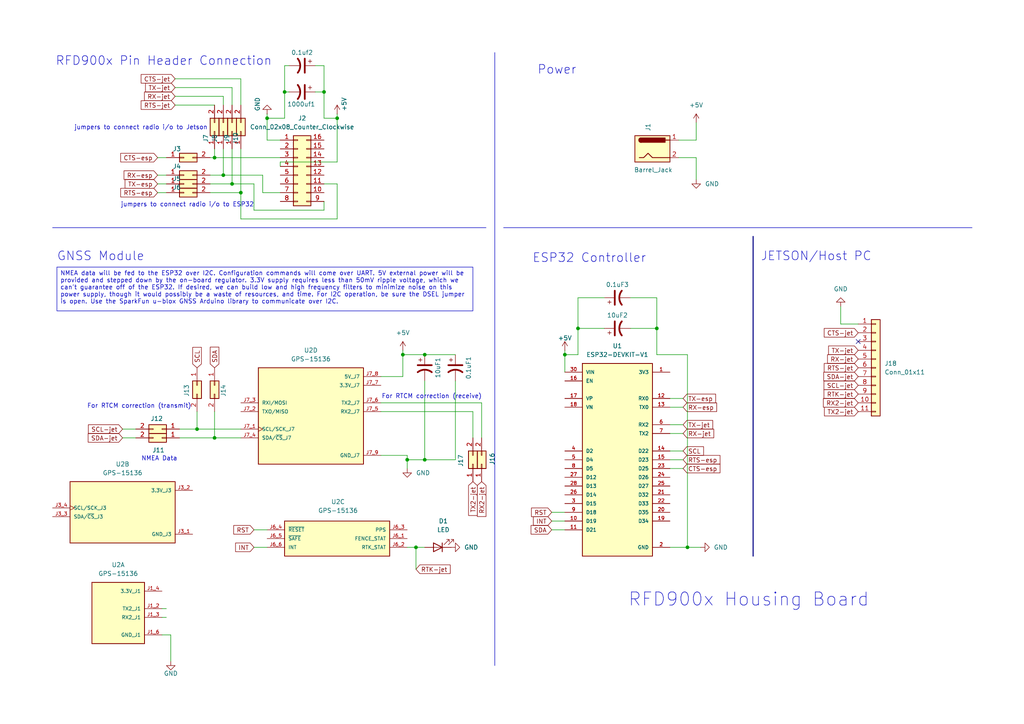
<source format=kicad_sch>
(kicad_sch (version 20250114) (generator "eeschema") (generator_version "9.0")
  (paper "A4")
  (lib_symbols
    (symbol "Connector:Barrel_Jack" (pin_names (offset 1.016))
      (property "Reference" "J" (at 0 5.334 0))
      (property "Value" "Barrel_Jack" (at 0 -5.08 0))
      (symbol "Barrel_Jack_0_1"
        (rectangle (start -5.08 3.81) (end 5.08 -3.81) (stroke (width 0.254)) (fill (type background)))
        (polyline (pts (xy -3.81 -2.54) (xy -2.54 -2.54) (xy -1.27 -1.27) (xy 0 -2.54) (xy 2.54 -2.54) (xy 5.08 -2.54)) (stroke (width 0.254)))
        (arc (start -3.302 1.905) (mid -3.9343 2.54) (end -3.302 3.175) (stroke (width 0.254)))
        (arc (start -3.302 1.905) (mid -3.9343 2.54) (end -3.302 3.175) (stroke (width 0.254)) (fill (type outline)))
        (rectangle (start 3.683 3.175) (end -3.302 1.905) (stroke (width 0.254)) (fill (type outline)))
        (polyline (pts (xy 5.08 2.54) (xy 3.81 2.54)) (stroke (width 0.254)))
      )
      (symbol "Barrel_Jack_1_1"
        (pin passive line (at 7.62 2.54 180) (length 2.54) (name "~") (number "1"))
        (pin passive line (at 7.62 -2.54 180) (length 2.54) (name "~") (number "2"))
      )
    )
    (symbol "Connector_Generic:Conn_01x11" (pin_names (offset 1.016) (hide yes))
      (property "Reference" "J" (at 0 15.24 0))
      (property "Value" "Conn_01x11" (at 0 -15.24 0))
      (symbol "Conn_01x11_1_1"
        (rectangle (start -1.27 13.97) (end 1.27 -13.97) (stroke (width 0.254)) (fill (type background)))
        (rectangle (start -1.27 12.827) (end 0 12.573) (stroke (width 0.1524)))
        (rectangle (start -1.27 10.287) (end 0 10.033) (stroke (width 0.1524)))
        (rectangle (start -1.27 7.747) (end 0 7.493) (stroke (width 0.1524)))
        (rectangle (start -1.27 5.207) (end 0 4.953) (stroke (width 0.1524)))
        (rectangle (start -1.27 2.667) (end 0 2.413) (stroke (width 0.1524)))
        (rectangle (start -1.27 0.127) (end 0 -0.127) (stroke (width 0.1524)))
        (rectangle (start -1.27 -2.413) (end 0 -2.667) (stroke (width 0.1524)))
        (rectangle (start -1.27 -4.953) (end 0 -5.207) (stroke (width 0.1524)))
        (rectangle (start -1.27 -7.493) (end 0 -7.747) (stroke (width 0.1524)))
        (rectangle (start -1.27 -10.033) (end 0 -10.287) (stroke (width 0.1524)))
        (rectangle (start -1.27 -12.573) (end 0 -12.827) (stroke (width 0.1524)))
        (pin passive line (at -5.08 12.7 0) (length 3.81) (name "Pin_1") (number "1"))
        (pin passive line (at -5.08 10.16 0) (length 3.81) (name "Pin_2") (number "2"))
        (pin passive line (at -5.08 7.62 0) (length 3.81) (name "Pin_3") (number "3"))
        (pin passive line (at -5.08 5.08 0) (length 3.81) (name "Pin_4") (number "4"))
        (pin passive line (at -5.08 2.54 0) (length 3.81) (name "Pin_5") (number "5"))
        (pin passive line (at -5.08 0 0) (length 3.81) (name "Pin_6") (number "6"))
        (pin passive line (at -5.08 -2.54 0) (length 3.81) (name "Pin_7") (number "7"))
        (pin passive line (at -5.08 -5.08 0) (length 3.81) (name "Pin_8") (number "8"))
        (pin passive line (at -5.08 -7.62 0) (length 3.81) (name "Pin_9") (number "9"))
        (pin passive line (at -5.08 -10.16 0) (length 3.81) (name "Pin_10") (number "10"))
        (pin passive line (at -5.08 -12.7 0) (length 3.81) (name "Pin_11") (number "11"))
      )
    )
    (symbol "Connector_Generic:Conn_02x01" (pin_names (offset 1.016) (hide yes))
      (property "Reference" "J" (at 1.27 2.54 0))
      (property "Value" "Conn_02x01" (at 1.27 -2.54 0))
      (symbol "Conn_02x01_1_1"
        (rectangle (start -1.27 1.27) (end 3.81 -1.27) (stroke (width 0.254)) (fill (type background)))
        (rectangle (start -1.27 0.127) (end 0 -0.127) (stroke (width 0.1524)))
        (rectangle (start 3.81 0.127) (end 2.54 -0.127) (stroke (width 0.1524)))
        (pin passive line (at -5.08 0 0) (length 3.81) (name "Pin_1") (number "1"))
        (pin passive line (at 7.62 0 180) (length 3.81) (name "Pin_2") (number "2"))
      )
    )
    (symbol "Connector_Generic:Conn_02x08_Counter_Clockwise" (pin_names (offset 1.016) (hide yes))
      (property "Reference" "J" (at 1.27 10.16 0))
      (property "Value" "Conn_02x08_Counter_Clockwise" (at 1.27 -12.7 0))
      (symbol "Conn_02x08_Counter_Clockwise_1_1"
        (rectangle (start -1.27 8.89) (end 3.81 -11.43) (stroke (width 0.254)) (fill (type background)))
        (rectangle (start -1.27 7.747) (end 0 7.493) (stroke (width 0.1524)))
        (rectangle (start -1.27 5.207) (end 0 4.953) (stroke (width 0.1524)))
        (rectangle (start -1.27 2.667) (end 0 2.413) (stroke (width 0.1524)))
        (rectangle (start -1.27 0.127) (end 0 -0.127) (stroke (width 0.1524)))
        (rectangle (start -1.27 -2.413) (end 0 -2.667) (stroke (width 0.1524)))
        (rectangle (start -1.27 -4.953) (end 0 -5.207) (stroke (width 0.1524)))
        (rectangle (start -1.27 -7.493) (end 0 -7.747) (stroke (width 0.1524)))
        (rectangle (start -1.27 -10.033) (end 0 -10.287) (stroke (width 0.1524)))
        (rectangle (start 3.81 7.747) (end 2.54 7.493) (stroke (width 0.1524)))
        (rectangle (start 3.81 5.207) (end 2.54 4.953) (stroke (width 0.1524)))
        (rectangle (start 3.81 2.667) (end 2.54 2.413) (stroke (width 0.1524)))
        (rectangle (start 3.81 0.127) (end 2.54 -0.127) (stroke (width 0.1524)))
        (rectangle (start 3.81 -2.413) (end 2.54 -2.667) (stroke (width 0.1524)))
        (rectangle (start 3.81 -4.953) (end 2.54 -5.207) (stroke (width 0.1524)))
        (rectangle (start 3.81 -7.493) (end 2.54 -7.747) (stroke (width 0.1524)))
        (rectangle (start 3.81 -10.033) (end 2.54 -10.287) (stroke (width 0.1524)))
        (pin passive line (at -5.08 7.62 0) (length 3.81) (name "Pin_1") (number "1"))
        (pin passive line (at -5.08 5.08 0) (length 3.81) (name "Pin_2") (number "2"))
        (pin passive line (at -5.08 2.54 0) (length 3.81) (name "Pin_3") (number "3"))
        (pin passive line (at -5.08 0 0) (length 3.81) (name "Pin_4") (number "4"))
        (pin passive line (at -5.08 -2.54 0) (length 3.81) (name "Pin_5") (number "5"))
        (pin passive line (at -5.08 -5.08 0) (length 3.81) (name "Pin_6") (number "6"))
        (pin passive line (at -5.08 -7.62 0) (length 3.81) (name "Pin_7") (number "7"))
        (pin passive line (at -5.08 -10.16 0) (length 3.81) (name "Pin_8") (number "8"))
        (pin passive line (at 7.62 7.62 180) (length 3.81) (name "Pin_16") (number "16"))
        (pin passive line (at 7.62 5.08 180) (length 3.81) (name "Pin_15") (number "15"))
        (pin passive line (at 7.62 2.54 180) (length 3.81) (name "Pin_14") (number "14"))
        (pin passive line (at 7.62 0 180) (length 3.81) (name "Pin_13") (number "13"))
        (pin passive line (at 7.62 -2.54 180) (length 3.81) (name "Pin_12") (number "12"))
        (pin passive line (at 7.62 -5.08 180) (length 3.81) (name "Pin_11") (number "11"))
        (pin passive line (at 7.62 -7.62 180) (length 3.81) (name "Pin_10") (number "10"))
        (pin passive line (at 7.62 -10.16 180) (length 3.81) (name "Pin_9") (number "9"))
      )
    )
    (symbol "Device:C_Polarized_US" (pin_numbers (hide yes)) (pin_names (offset 0.254) (hide yes))
      (property "Reference" "C" (at 0.635 2.54 0))
      (property "Value" "C_Polarized_US" (at 0.635 -2.54 0))
      (symbol "C_Polarized_US_0_1"
        (polyline (pts (xy -2.032 0.762) (xy 2.032 0.762)) (stroke (width 0.508)))
        (polyline (pts (xy -1.778 2.286) (xy -0.762 2.286)))
        (polyline (pts (xy -1.27 1.778) (xy -1.27 2.794)))
        (arc (start -2.032 -1.27) (mid 0 -0.5572) (end 2.032 -1.27) (stroke (width 0.508)))
      )
      (symbol "C_Polarized_US_1_1"
        (pin passive line (at 0 3.81 270) (length 2.794) (name "~") (number "1"))
        (pin passive line (at 0 -3.81 90) (length 3.302) (name "~") (number "2"))
      )
    )
    (symbol "Device:LED" (pin_numbers (hide yes)) (pin_names (offset 1.016) (hide yes))
      (property "Reference" "D" (at 0 2.54 0))
      (property "Value" "LED" (at 0 -2.54 0))
      (symbol "LED_0_1"
        (polyline (pts (xy -3.048 -0.762) (xy -4.572 -2.286) (xy -3.81 -2.286) (xy -4.572 -2.286) (xy -4.572 -1.524)))
        (polyline (pts (xy -1.778 -0.762) (xy -3.302 -2.286) (xy -2.54 -2.286) (xy -3.302 -2.286) (xy -3.302 -1.524)))
        (polyline (pts (xy -1.27 0) (xy 1.27 0)))
        (polyline (pts (xy -1.27 -1.27) (xy -1.27 1.27)) (stroke (width 0.254)))
        (polyline (pts (xy 1.27 -1.27) (xy 1.27 1.27) (xy -1.27 0) (xy 1.27 -1.27)) (stroke (width 0.254)))
      )
      (symbol "LED_1_1"
        (pin passive line (at -3.81 0 0) (length 2.54) (name "K") (number "1"))
        (pin passive line (at 3.81 0 180) (length 2.54) (name "A") (number "2"))
      )
    )
    (symbol "ESP32-DEVKIT-V1:ESP32-DEVKIT-V1" (pin_names (offset 1.016))
      (property "Reference" "U" (at -10.16 30.48 0))
      (property "Value" "ESP32-DEVKIT-V1" (at -10.16 -30.48 0))
      (symbol "ESP32-DEVKIT-V1_0_0"
        (rectangle (start -10.16 -27.94) (end 10.16 27.94) (stroke (width 0.254)) (fill (type background)))
        (pin input line (at -15.24 25.4 0) (length 5.08) (name "VIN") (number "30"))
        (pin input line (at -15.24 22.86 0) (length 5.08) (name "EN") (number "16"))
        (pin bidirectional line (at -15.24 17.78 0) (length 5.08) (name "VP") (number "17"))
        (pin bidirectional line (at -15.24 15.24 0) (length 5.08) (name "VN") (number "18"))
        (pin bidirectional line (at -15.24 2.54 0) (length 5.08) (name "D2") (number "4"))
        (pin bidirectional line (at -15.24 0 0) (length 5.08) (name "D4") (number "5"))
        (pin bidirectional line (at -15.24 -2.54 0) (length 5.08) (name "D5") (number "8"))
        (pin bidirectional line (at -15.24 -5.08 0) (length 5.08) (name "D12") (number "27"))
        (pin bidirectional line (at -15.24 -7.62 0) (length 5.08) (name "D13") (number "28"))
        (pin bidirectional line (at -15.24 -10.16 0) (length 5.08) (name "D14") (number "26"))
        (pin bidirectional line (at -15.24 -12.7 0) (length 5.08) (name "D15") (number "3"))
        (pin bidirectional line (at -15.24 -15.24 0) (length 5.08) (name "D18") (number "9"))
        (pin bidirectional line (at -15.24 -17.78 0) (length 5.08) (name "D19") (number "10"))
        (pin bidirectional line (at -15.24 -20.32 0) (length 5.08) (name "D21") (number "11"))
        (pin output line (at 15.24 25.4 180) (length 5.08) (name "3V3") (number "1"))
        (pin input line (at 15.24 17.78 180) (length 5.08) (name "RX0") (number "12"))
        (pin output line (at 15.24 15.24 180) (length 5.08) (name "TX0") (number "13"))
        (pin input line (at 15.24 10.16 180) (length 5.08) (name "RX2") (number "6"))
        (pin output line (at 15.24 7.62 180) (length 5.08) (name "TX2") (number "7"))
        (pin bidirectional line (at 15.24 2.54 180) (length 5.08) (name "D22") (number "14"))
        (pin bidirectional line (at 15.24 0 180) (length 5.08) (name "D23") (number "15"))
        (pin bidirectional line (at 15.24 -2.54 180) (length 5.08) (name "D25") (number "23"))
        (pin bidirectional line (at 15.24 -5.08 180) (length 5.08) (name "D26") (number "24"))
        (pin bidirectional line (at 15.24 -7.62 180) (length 5.08) (name "D27") (number "25"))
        (pin bidirectional line (at 15.24 -10.16 180) (length 5.08) (name "D32") (number "21"))
        (pin bidirectional line (at 15.24 -12.7 180) (length 5.08) (name "D33") (number "22"))
        (pin bidirectional line (at 15.24 -15.24 180) (length 5.08) (name "D35") (number "20"))
        (pin bidirectional line (at 15.24 -17.78 180) (length 5.08) (name "D34") (number "19"))
        (pin power_in line (at 15.24 -25.4 180) (length 5.08) (name "GND") (number "2"))
        (pin power_in line (at 15.24 -25.4 180) (length 5.08) (hide yes) (name "GND") (number "29"))
      )
    )
    (symbol "GPS-15136:GPS-15136" (pin_names (offset 1.016))
      (property "Reference" "U" (at -7.62 8.89 0))
      (property "Value" "GPS-15136" (at -7.62 -11.43 0))
      (symbol "GPS-15136_1_0"
        (rectangle (start -7.62 -10.16) (end 7.62 7.62) (stroke (width 0.254)) (fill (type background)))
        (pin power_in line (at 12.7 5.08 180) (length 5.08) (name "3.3V_J1") (number "J1_4"))
        (pin output line (at 12.7 0 180) (length 5.08) (name "TX2_J1") (number "J1_2"))
        (pin input line (at 12.7 -2.54 180) (length 5.08) (name "RX2_J1") (number "J1_3"))
        (pin power_in line (at 12.7 -7.62 180) (length 5.08) (name "GND_J1") (number "J1_6"))
      )
      (symbol "GPS-15136_2_0"
        (rectangle (start -15.24 -10.16) (end 15.24 7.62) (stroke (width 0.254)) (fill (type background)))
        (pin bidirectional clock (at -20.32 0 0) (length 5.08) (name "SCL/SCK_J3") (number "J3_4"))
        (pin bidirectional line (at -20.32 -2.54 0) (length 5.08) (name "SDA/~{CS}_J3") (number "J3_3"))
        (pin power_in line (at 20.32 5.08 180) (length 5.08) (name "3.3V_J3") (number "J3_2"))
        (pin power_in line (at 20.32 -7.62 180) (length 5.08) (name "GND_J3") (number "J3_1"))
      )
      (symbol "GPS-15136_3_0"
        (rectangle (start -15.24 -5.08) (end 15.24 5.08) (stroke (width 0.254)) (fill (type background)))
        (pin input line (at -20.32 2.54 0) (length 5.08) (name "~{RESET}") (number "J6_4"))
        (pin input line (at -20.32 0 0) (length 5.08) (name "~{SAFE}") (number "J6_5"))
        (pin input line (at -20.32 -2.54 0) (length 5.08) (name "INT") (number "J6_6"))
        (pin output line (at 20.32 2.54 180) (length 5.08) (name "PPS") (number "J6_3"))
        (pin output line (at 20.32 0 180) (length 5.08) (name "FENCE_STAT") (number "J6_1"))
        (pin output line (at 20.32 -2.54 180) (length 5.08) (name "RTK_STAT") (number "J6_2"))
      )
      (symbol "GPS-15136_4_0"
        (rectangle (start -15.24 -15.24) (end 15.24 12.7) (stroke (width 0.254)) (fill (type background)))
        (pin input line (at -20.32 2.54 0) (length 5.08) (name "RXI/MOSI") (number "J7_3"))
        (pin output line (at -20.32 0 0) (length 5.08) (name "TXO/MISO") (number "J7_2"))
        (pin bidirectional clock (at -20.32 -5.08 0) (length 5.08) (name "SCL/SCK_J7") (number "J7_1"))
        (pin bidirectional line (at -20.32 -7.62 0) (length 5.08) (name "SDA/~{CS}_J7") (number "J7_4"))
        (pin power_in line (at 20.32 10.16 180) (length 5.08) (name "5V_J7") (number "J7_8"))
        (pin power_in line (at 20.32 7.62 180) (length 5.08) (name "3.3V_J7") (number "J7_7"))
        (pin output line (at 20.32 2.54 180) (length 5.08) (name "TX2_J7") (number "J7_6"))
        (pin input line (at 20.32 0 180) (length 5.08) (name "RX2_J7") (number "J7_5"))
        (pin power_in line (at 20.32 -12.7 180) (length 5.08) (name "GND_J7") (number "J7_9"))
      )
    )
    (symbol "power:+5V" (power) (pin_numbers (hide yes)) (pin_names (offset 0) (hide yes))
      (property "Value" "+5V" (at 0 3.556 0))
      (symbol "+5V_0_1"
        (polyline (pts (xy -0.762 1.27) (xy 0 2.54)))
        (polyline (pts (xy 0 2.54) (xy 0.762 1.27)))
        (polyline (pts (xy 0 0) (xy 0 2.54)))
      )
      (symbol "+5V_1_1"
        (pin power_in line (at 0 0 90) (length 0) (name "~") (number "1"))
      )
    )
    (symbol "power:GND" (power) (pin_numbers (hide yes)) (pin_names (offset 0) (hide yes))
      (property "Value" "GND" (at 0 -3.81 0))
      (symbol "GND_0_1"
        (polyline (pts (xy 0 0) (xy 0 -1.27) (xy 1.27 -1.27) (xy 0 -2.54) (xy -1.27 -1.27) (xy 0 -1.27)))
      )
      (symbol "GND_1_1"
        (pin power_in line (at 0 0 270) (length 0) (name "~") (number "1"))
      )
    )
  )
  (text "For RTCM correction (transmit)\n" (at 40.386 117.856 0) (effects (font (size 1.27 1.27))))
  (text "ESP32 Controller" (at 170.942 74.93 0) (effects (font (size 2.54 2.54))))
  (text "jumpers to connect radio i/o to ESP32\n" (at 54.356 59.436 0) (effects (font (size 1.27 1.27))))
  (text "For RTCM correction (receive)\n" (at 125.222 115.062 0) (effects (font (size 1.27 1.27))))
  (text "NMEA Data\n" (at 46.228 133.096 0) (effects (font (size 1.27 1.27))))
  (text "JETSON/Host PC\n" (at 236.728 74.422 0) (effects (font (size 2.54 2.54))))
  (text "jumpers to connect radio i/o to Jetson\n\n" (at 40.894 38.1 0) (effects (font (size 1.27 1.27))))
  (text "GNSS Module\n" (at 29.21 74.422 0) (effects (font (size 2.54 2.54))))
  (text "RFD900x Housing Board" (at 217.17 173.99 0) (effects (font (size 3.81 3.81))))
  (text "RFD900x Pin Header Connection" (at 47.498 17.78 0) (effects (font (size 2.54 2.54))))
  (text "Power" (at 161.544 20.32 0) (effects (font (size 2.54 2.54))))
  (text_box "NMEA data will be fed to the ESP32 over I2C. Configuration commands will come over UART. 5V external power will be provided and stepped down by the on-board regulator. 3.3V supply requires less than 50mV ripple voltage, which we can't guarantee off of the ESP32. If desired, we can build low and high frequency filters to minimize noise on this power supply, though it would possibly be a waste of resources, and time. For I2C operation, be sure the DSEL jumper is open. Use the SparkFun u-blox GNSS Arduino library to communicate over I2C." (at 16.51 77.47 0) (size 120.65 12.7) (margins 0.9525 0.9525 0.9525 0.9525) (effects (font (size 1.27 1.27)) (justify left top)))
  (junction (at 163.83 102.87))
  (junction (at 82.55 26.67))
  (junction (at 97.79 34.29))
  (junction (at 120.65 158.75))
  (junction (at 69.85 55.88))
  (junction (at 123.19 102.87))
  (junction (at 62.23 45.72))
  (junction (at 190.5 95.25))
  (junction (at 62.23 127))
  (junction (at 77.47 34.29))
  (junction (at 167.64 95.25))
  (junction (at 116.84 102.87))
  (junction (at 199.39 158.75))
  (junction (at 57.15 124.46))
  (junction (at 118.11 133.35))
  (junction (at 93.98 26.67))
  (junction (at 123.19 133.35))
  (junction (at 64.77 50.8))
  (junction (at 67.31 53.34))
  (no_connect (at 248.92 99.06))
  (wire (pts (xy 97.79 33.02) (xy 97.79 34.29)))
  (wire (pts (xy 64.77 43.18) (xy 64.77 50.8)))
  (polyline (pts (xy 143.51 15.24) (xy 143.51 193.04)))
  (wire (pts (xy 199.39 158.75) (xy 199.39 102.87)))
  (polyline (pts (xy 15.24 66.04) (xy 140.97 66.04)))
  (wire (pts (xy 67.31 53.34) (xy 73.66 53.34)))
  (wire (pts (xy 73.66 60.96) (xy 93.98 60.96)))
  (wire (pts (xy 69.85 55.88) (xy 69.85 63.5)))
  (wire (pts (xy 76.2 50.8) (xy 76.2 55.88)))
  (wire (pts (xy 35.56 127) (xy 39.37 127)))
  (wire (pts (xy 97.79 53.34) (xy 93.98 53.34)))
  (wire (pts (xy 198.12 115.57) (xy 194.31 115.57)))
  (wire (pts (xy 160.02 151.13) (xy 163.83 151.13)))
  (wire (pts (xy 190.5 86.36) (xy 190.5 95.25)))
  (wire (pts (xy 50.8 22.86) (xy 69.85 22.86)))
  (wire (pts (xy 77.47 33.02) (xy 77.47 34.29)))
  (wire (pts (xy 67.31 43.18) (xy 67.31 53.34)))
  (wire (pts (xy 48.26 179.07) (xy 46.99 179.07)))
  (wire (pts (xy 97.79 46.99) (xy 81.28 46.99)))
  (wire (pts (xy 93.98 60.96) (xy 93.98 58.42)))
  (wire (pts (xy 118.11 135.89) (xy 118.11 133.35)))
  (wire (pts (xy 91.44 19.05) (xy 93.98 19.05)))
  (wire (pts (xy 77.47 34.29) (xy 82.55 34.29)))
  (wire (pts (xy 62.23 127) (xy 69.85 127)))
  (wire (pts (xy 201.93 35.56) (xy 201.93 40.64)))
  (wire (pts (xy 50.8 25.4) (xy 67.31 25.4)))
  (wire (pts (xy 73.66 153.67) (xy 77.47 153.67)))
  (wire (pts (xy 139.7 116.84) (xy 139.7 127)))
  (wire (pts (xy 67.31 25.4) (xy 67.31 30.48)))
  (wire (pts (xy 76.2 55.88) (xy 81.28 55.88)))
  (wire (pts (xy 45.72 53.34) (xy 48.26 53.34)))
  (wire (pts (xy 198.12 125.73) (xy 194.31 125.73)))
  (wire (pts (xy 60.96 53.34) (xy 67.31 53.34)))
  (wire (pts (xy 69.85 63.5) (xy 97.79 63.5)))
  (wire (pts (xy 97.79 63.5) (xy 97.79 53.34)))
  (wire (pts (xy 160.02 148.59) (xy 163.83 148.59)))
  (wire (pts (xy 194.31 130.81) (xy 198.12 130.81)))
  (wire (pts (xy 93.98 19.05) (xy 93.98 26.67)))
  (wire (pts (xy 48.26 176.53) (xy 46.99 176.53)))
  (wire (pts (xy 243.84 88.9) (xy 243.84 93.98)))
  (wire (pts (xy 118.11 158.75) (xy 120.65 158.75)))
  (wire (pts (xy 123.19 110.49) (xy 123.19 133.35)))
  (wire (pts (xy 167.64 95.25) (xy 167.64 86.36)))
  (wire (pts (xy 132.08 110.49) (xy 132.08 133.35)))
  (wire (pts (xy 110.49 116.84) (xy 139.7 116.84)))
  (wire (pts (xy 167.64 102.87) (xy 167.64 95.25)))
  (wire (pts (xy 73.66 53.34) (xy 73.66 60.96)))
  (wire (pts (xy 190.5 95.25) (xy 190.5 102.87)))
  (wire (pts (xy 116.84 101.6) (xy 116.84 102.87)))
  (wire (pts (xy 45.72 45.72) (xy 48.26 45.72)))
  (wire (pts (xy 118.11 132.08) (xy 110.49 132.08)))
  (wire (pts (xy 167.64 95.25) (xy 175.26 95.25)))
  (wire (pts (xy 50.8 27.94) (xy 64.77 27.94)))
  (wire (pts (xy 93.98 26.67) (xy 93.98 34.29)))
  (wire (pts (xy 201.93 40.64) (xy 196.85 40.64)))
  (wire (pts (xy 199.39 158.75) (xy 194.31 158.75)))
  (wire (pts (xy 62.23 43.18) (xy 62.23 45.72)))
  (wire (pts (xy 77.47 34.29) (xy 77.47 40.64)))
  (wire (pts (xy 201.93 45.72) (xy 196.85 45.72)))
  (wire (pts (xy 163.83 101.6) (xy 163.83 102.87)))
  (wire (pts (xy 137.16 127) (xy 137.16 119.38)))
  (wire (pts (xy 123.19 133.35) (xy 132.08 133.35)))
  (wire (pts (xy 57.15 119.38) (xy 57.15 124.46)))
  (wire (pts (xy 198.12 118.11) (xy 194.31 118.11)))
  (wire (pts (xy 52.07 124.46) (xy 57.15 124.46)))
  (wire (pts (xy 73.66 158.75) (xy 77.47 158.75)))
  (wire (pts (xy 120.65 158.75) (xy 120.65 165.1)))
  (wire (pts (xy 49.53 184.15) (xy 46.99 184.15)))
  (wire (pts (xy 160.02 153.67) (xy 163.83 153.67)))
  (wire (pts (xy 201.93 52.07) (xy 201.93 45.72)))
  (wire (pts (xy 203.2 158.75) (xy 199.39 158.75)))
  (wire (pts (xy 45.72 55.88) (xy 48.26 55.88)))
  (wire (pts (xy 116.84 102.87) (xy 116.84 109.22)))
  (wire (pts (xy 123.19 133.35) (xy 118.11 133.35)))
  (wire (pts (xy 198.12 133.35) (xy 194.31 133.35)))
  (wire (pts (xy 82.55 26.67) (xy 83.82 26.67)))
  (wire (pts (xy 110.49 119.38) (xy 137.16 119.38)))
  (wire (pts (xy 60.96 45.72) (xy 62.23 45.72)))
  (wire (pts (xy 69.85 43.18) (xy 69.85 55.88)))
  (wire (pts (xy 82.55 34.29) (xy 82.55 26.67)))
  (wire (pts (xy 248.92 93.98) (xy 243.84 93.98)))
  (wire (pts (xy 198.12 135.89) (xy 194.31 135.89)))
  (wire (pts (xy 49.53 191.77) (xy 49.53 184.15)))
  (wire (pts (xy 62.23 119.38) (xy 62.23 127)))
  (wire (pts (xy 182.88 95.25) (xy 190.5 95.25)))
  (wire (pts (xy 50.8 30.48) (xy 62.23 30.48)))
  (wire (pts (xy 163.83 102.87) (xy 167.64 102.87)))
  (wire (pts (xy 82.55 26.67) (xy 82.55 19.05)))
  (wire (pts (xy 57.15 124.46) (xy 69.85 124.46)))
  (wire (pts (xy 93.98 34.29) (xy 97.79 34.29)))
  (wire (pts (xy 45.72 50.8) (xy 48.26 50.8)))
  (wire (pts (xy 190.5 102.87) (xy 199.39 102.87)))
  (wire (pts (xy 62.23 45.72) (xy 81.28 45.72)))
  (wire (pts (xy 97.79 34.29) (xy 97.79 46.99)))
  (wire (pts (xy 118.11 133.35) (xy 118.11 132.08)))
  (wire (pts (xy 116.84 102.87) (xy 123.19 102.87)))
  (wire (pts (xy 110.49 109.22) (xy 116.84 109.22)))
  (wire (pts (xy 64.77 50.8) (xy 76.2 50.8)))
  (polyline (pts (xy 146.05 66.04) (xy 281.94 66.04)))
  (wire (pts (xy 52.07 127) (xy 62.23 127)))
  (wire (pts (xy 60.96 50.8) (xy 64.77 50.8)))
  (wire (pts (xy 77.47 40.64) (xy 81.28 40.64)))
  (wire (pts (xy 91.44 26.67) (xy 93.98 26.67)))
  (wire (pts (xy 198.12 123.19) (xy 194.31 123.19)))
  (wire (pts (xy 82.55 19.05) (xy 83.82 19.05)))
  (wire (pts (xy 120.65 158.75) (xy 123.19 158.75)))
  (wire (pts (xy 163.83 102.87) (xy 163.83 107.95)))
  (wire (pts (xy 123.19 102.87) (xy 132.08 102.87)))
  (wire (pts (xy 64.77 27.94) (xy 64.77 30.48)))
  (wire (pts (xy 69.85 22.86) (xy 69.85 30.48)))
  (wire (pts (xy 182.88 86.36) (xy 190.5 86.36)))
  (wire (pts (xy 35.56 124.46) (xy 39.37 124.46)))
  (wire (pts (xy 60.96 55.88) (xy 69.85 55.88)))
  (wire (pts (xy 81.28 46.99) (xy 81.28 48.26)))
  (bus (pts (xy 218.44 68.58) (xy 218.44 161.29)))
  (wire (pts (xy 167.64 86.36) (xy 175.26 86.36)))
  (global_label "SDA-jet" (shape input) (at 35.56 127 180) (property "Intersheetrefs" "${INTERSHEET_REFS}" (effects (hide yes))))
  (global_label "RX-jet" (shape input) (at 198.12 125.73 0) (property "Intersheetrefs" "${INTERSHEET_REFS}" (effects (hide yes))))
  (global_label "RTS-esp" (shape input) (at 45.72 55.88 180) (property "Intersheetrefs" "${INTERSHEET_REFS}" (effects (hide yes))))
  (global_label "RTK-jet" (shape input) (at 248.92 114.3 180) (property "Intersheetrefs" "${INTERSHEET_REFS}" (effects (hide yes))))
  (global_label "SCL-jet" (shape input) (at 248.92 111.76 180) (property "Intersheetrefs" "${INTERSHEET_REFS}" (effects (hide yes))))
  (global_label "RX-esp" (shape input) (at 45.72 50.8 180) (property "Intersheetrefs" "${INTERSHEET_REFS}" (effects (hide yes))))
  (global_label "SCL" (shape input) (at 57.15 106.68 90) (property "Intersheetrefs" "${INTERSHEET_REFS}" (effects (hide yes))))
  (global_label "TX-jet" (shape input) (at 248.92 101.6 180) (property "Intersheetrefs" "${INTERSHEET_REFS}" (effects (hide yes))))
  (global_label "RX-jet" (shape input) (at 248.92 104.14 180) (property "Intersheetrefs" "${INTERSHEET_REFS}" (effects (hide yes))))
  (global_label "TX-jet" (shape input) (at 198.12 123.19 0) (property "Intersheetrefs" "${INTERSHEET_REFS}" (effects (hide yes))))
  (global_label "TX2-jet" (shape input) (at 137.16 139.7 270) (property "Intersheetrefs" "${INTERSHEET_REFS}" (effects (hide yes))))
  (global_label "CTS-esp" (shape input) (at 198.12 135.89 0) (property "Intersheetrefs" "${INTERSHEET_REFS}" (effects (hide yes))))
  (global_label "TX-jet" (shape input) (at 50.8 25.4 180) (property "Intersheetrefs" "${INTERSHEET_REFS}" (effects (hide yes))))
  (global_label "SDA-jet" (shape input) (at 248.92 109.22 180) (property "Intersheetrefs" "${INTERSHEET_REFS}" (effects (hide yes))))
  (global_label "RX2-jet" (shape input) (at 139.7 139.7 270) (property "Intersheetrefs" "${INTERSHEET_REFS}" (effects (hide yes))))
  (global_label "SCL" (shape input) (at 198.12 130.81 0) (property "Intersheetrefs" "${INTERSHEET_REFS}" (effects (hide yes))))
  (global_label "TX-esp" (shape input) (at 45.72 53.34 180) (property "Intersheetrefs" "${INTERSHEET_REFS}" (effects (hide yes))))
  (global_label "RX-jet" (shape input) (at 50.8 27.94 180) (property "Intersheetrefs" "${INTERSHEET_REFS}" (effects (hide yes))))
  (global_label "RX-esp" (shape input) (at 198.12 118.11 0) (property "Intersheetrefs" "${INTERSHEET_REFS}" (effects (hide yes))))
  (global_label "RTS-esp" (shape input) (at 198.12 133.35 0) (property "Intersheetrefs" "${INTERSHEET_REFS}" (effects (hide yes))))
  (global_label "RTK-jet" (shape input) (at 120.65 165.1 0) (property "Intersheetrefs" "${INTERSHEET_REFS}" (effects (hide yes))))
  (global_label "RST" (shape input) (at 160.02 148.59 180) (property "Intersheetrefs" "${INTERSHEET_REFS}" (effects (hide yes))))
  (global_label "RX2-jet" (shape input) (at 248.92 116.84 180) (property "Intersheetrefs" "${INTERSHEET_REFS}" (effects (hide yes))))
  (global_label "CTS-esp" (shape input) (at 45.72 45.72 180) (property "Intersheetrefs" "${INTERSHEET_REFS}" (effects (hide yes))))
  (global_label "CTS-jet" (shape input) (at 50.8 22.86 180) (property "Intersheetrefs" "${INTERSHEET_REFS}" (effects (hide yes))))
  (global_label "SCL-jet" (shape input) (at 35.56 124.46 180) (property "Intersheetrefs" "${INTERSHEET_REFS}" (effects (hide yes))))
  (global_label "RST" (shape input) (at 73.66 153.67 180) (property "Intersheetrefs" "${INTERSHEET_REFS}" (effects (hide yes))))
  (global_label "RTS-jet" (shape input) (at 50.8 30.48 180) (property "Intersheetrefs" "${INTERSHEET_REFS}" (effects (hide yes))))
  (global_label "SDA" (shape input) (at 160.02 153.67 180) (property "Intersheetrefs" "${INTERSHEET_REFS}" (effects (hide yes))))
  (global_label "TX-esp" (shape input) (at 198.12 115.57 0) (property "Intersheetrefs" "${INTERSHEET_REFS}" (effects (hide yes))))
  (global_label "CTS-jet" (shape input) (at 248.92 96.52 180) (property "Intersheetrefs" "${INTERSHEET_REFS}" (effects (hide yes))))
  (global_label "INT" (shape input) (at 160.02 151.13 180) (property "Intersheetrefs" "${INTERSHEET_REFS}" (effects (hide yes))))
  (global_label "SDA" (shape input) (at 62.23 106.68 90) (property "Intersheetrefs" "${INTERSHEET_REFS}" (effects (hide yes))))
  (global_label "TX2-jet" (shape input) (at 248.92 119.38 180) (property "Intersheetrefs" "${INTERSHEET_REFS}" (effects (hide yes))))
  (global_label "RTS-jet" (shape input) (at 248.92 106.68 180) (property "Intersheetrefs" "${INTERSHEET_REFS}" (effects (hide yes))))
  (global_label "INT" (shape input) (at 73.66 158.75 180) (property "Intersheetrefs" "${INTERSHEET_REFS}" (effects (hide yes))))
  (symbol (lib_id "Connector_Generic:Conn_02x01") (at 53.34 53.34 0) (unit 1)
    (property "Reference" "J5" (at 51.308 51.816 0))
    (property "Value" "Conn_02x01" (effects (hide yes)))
    (property "Footprint" "Connector_PinHeader_2.54mm:PinHeader_2x01_P2.54mm_Vertical" (effects (hide yes)))
    (property "Description" "Generic connector, double row, 02x01, this symbol is compatible with counter-clockwise, top-bottom and odd-even numbering schemes., script generated (kicad-library-utils/schlib/autogen/connector/)" (effects (hide yes)))
  )
  (symbol (lib_id "power:GND") (at 130.81 158.75 90) (unit 1)
    (property "Reference" "#PWR012" (effects (hide yes)))
    (property "Value" "GND" (at 134.62 158.7499 90) (effects (justify right)))
    (property "Description" "Power symbol creates a global label with name \"GND\" , ground" (effects (hide yes)))
  )
  (symbol (lib_id "GPS-15136:GPS-15136") (at 35.56 147.32 0) (unit 2)
    (property "Reference" "U2" (at 35.56 134.62 0))
    (property "Value" "GPS-15136" (at 35.56 137.16 0))
    (property "Footprint" "hi:MODULE_GPS-15136" (effects (hide yes)))
    (property "MF" "SparkFun Electronics" (effects (hide yes)))
    (property "MAXIMUM_PACKAGE_HEIGHT" "N/A" (effects (hide yes)))
    (property "Package" "None" (effects (hide yes)))
    (property "Price" "None" (effects (hide yes)))
    (property "Check_prices" "https://www.snapeda.com/parts/GPS-15136/SparkFun/view-part/?ref=eda" (effects (hide yes)))
    (property "STANDARD" "Manufacturer Recommendations" (effects (hide yes)))
    (property "PARTREV" "N/A" (effects (hide yes)))
    (property "SnapEDA_Link" "https://www.snapeda.com/parts/GPS-15136/SparkFun/view-part/?ref=snap" (effects (hide yes)))
    (property "MP" "GPS-15136" (effects (hide yes)))
    (property "Description_1" "ZED-F9P GPS RF Qwiic Platform Evaluation Expansion Board" (effects (hide yes)))
    (property "Availability" "In Stock" (effects (hide yes)))
    (property "MANUFACTURER" "SparkFun" (effects (hide yes)))
  )
  (symbol (lib_id "power:GND") (at 203.2 158.75 90) (unit 1)
    (property "Reference" "#PWR04" (effects (hide yes)))
    (property "Value" "GND" (at 207.01 158.7499 90) (effects (justify right)))
    (property "Description" "Power symbol creates a global label with name \"GND\" , ground" (effects (hide yes)))
  )
  (symbol (lib_id "Connector_Generic:Conn_02x01") (at 62.23 38.1 90) (unit 1)
    (property "Reference" "J7" (at 59.69 40.132 0))
    (property "Value" "Conn_02x01" (effects (hide yes)))
    (property "Footprint" "Connector_PinHeader_2.54mm:PinHeader_2x01_P2.54mm_Vertical" (effects (hide yes)))
    (property "Description" "Generic connector, double row, 02x01, this symbol is compatible with counter-clockwise, top-bottom and odd-even numbering schemes., script generated (kicad-library-utils/schlib/autogen/connector/)" (effects (hide yes)))
  )
  (symbol (lib_id "Connector_Generic:Conn_02x01") (at 53.34 45.72 0) (unit 1)
    (property "Reference" "J3" (at 51.308 43.18 0))
    (property "Value" "Conn_02x01" (effects (hide yes)))
    (property "Footprint" "Connector_PinHeader_2.54mm:PinHeader_2x01_P2.54mm_Vertical" (effects (hide yes)))
    (property "Description" "Generic connector, double row, 02x01, this symbol is compatible with counter-clockwise, top-bottom and odd-even numbering schemes., script generated (kicad-library-utils/schlib/autogen/connector/)" (effects (hide yes)))
  )
  (symbol (lib_id "Connector:Barrel_Jack") (at 189.23 43.18 0) (unit 1)
    (property "Reference" "J1" (at 187.9599 38.1 90) (effects (justify left)))
    (property "Value" "Barrel_Jack" (at 183.896 49.276 0) (effects (justify left)))
    (property "Footprint" "Connector_BarrelJack:BarrelJack_SwitchcraftConxall_RAPC10U_Horizontal" (effects (hide yes)))
    (property "Description" "DC Barrel Jack" (effects (hide yes)))
  )
  (symbol (lib_id "Connector_Generic:Conn_02x01") (at 67.31 38.1 90) (unit 1)
    (property "Reference" "J9" (at 65.786 40.132 0))
    (property "Value" "Conn_02x01" (effects (hide yes)))
    (property "Footprint" "Connector_PinHeader_2.54mm:PinHeader_2x01_P2.54mm_Vertical" (effects (hide yes)))
    (property "Description" "Generic connector, double row, 02x01, this symbol is compatible with counter-clockwise, top-bottom and odd-even numbering schemes., script generated (kicad-library-utils/schlib/autogen/connector/)" (effects (hide yes)))
  )
  (symbol (lib_id "GPS-15136:GPS-15136") (at 34.29 176.53 0) (unit 1)
    (property "Reference" "U2" (at 34.29 163.83 0))
    (property "Value" "GPS-15136" (at 34.29 166.37 0))
    (property "Footprint" "hi:MODULE_GPS-15136" (effects (hide yes)))
    (property "MF" "SparkFun Electronics" (effects (hide yes)))
    (property "MAXIMUM_PACKAGE_HEIGHT" "N/A" (effects (hide yes)))
    (property "Package" "None" (effects (hide yes)))
    (property "Price" "None" (effects (hide yes)))
    (property "Check_prices" "https://www.snapeda.com/parts/GPS-15136/SparkFun/view-part/?ref=eda" (effects (hide yes)))
    (property "STANDARD" "Manufacturer Recommendations" (effects (hide yes)))
    (property "PARTREV" "N/A" (effects (hide yes)))
    (property "SnapEDA_Link" "https://www.snapeda.com/parts/GPS-15136/SparkFun/view-part/?ref=snap" (effects (hide yes)))
    (property "MP" "GPS-15136" (effects (hide yes)))
    (property "Description_1" "ZED-F9P GPS RF Qwiic Platform Evaluation Expansion Board" (effects (hide yes)))
    (property "Availability" "In Stock" (effects (hide yes)))
    (property "MANUFACTURER" "SparkFun" (effects (hide yes)))
  )
  (symbol (lib_id "Device:C_Polarized_US") (at 132.08 106.68 0) (unit 1)
    (property "Reference" "0.1uF1" (at 135.89 106.68 90))
    (property "Value" "C_Polarized_US" (effects (hide yes)))
    (property "Footprint" "Capacitor_THT:CP_Radial_D5.0mm_P2.00mm" (effects (hide yes)))
    (property "Description" "Polarized capacitor, US symbol" (effects (hide yes)))
  )
  (symbol (lib_id "power:GND") (at 77.47 33.02 180) (unit 1)
    (property "Reference" "#PWR05" (effects (hide yes)))
    (property "Value" "GND" (at 74.676 32.258 90) (effects (justify right)))
    (property "Description" "Power symbol creates a global label with name \"GND\" , ground" (effects (hide yes)))
  )
  (symbol (lib_id "power:+5V") (at 116.84 101.6 0) (unit 1)
    (property "Reference" "#PWR010" (effects (hide yes)))
    (property "Value" "+5V" (at 116.84 96.52 0))
    (property "Description" "Power symbol creates a global label with name \"+5V\"" (effects (hide yes)))
  )
  (symbol (lib_id "Connector_Generic:Conn_02x01") (at 139.7 134.62 90) (unit 1)
    (property "Reference" "J16" (at 142.748 133.096 0))
    (property "Value" "Conn_02x01" (effects (hide yes)))
    (property "Footprint" "Connector_PinHeader_2.54mm:PinHeader_2x01_P2.54mm_Vertical" (effects (hide yes)))
    (property "Description" "Generic connector, double row, 02x01, this symbol is compatible with counter-clockwise, top-bottom and odd-even numbering schemes., script generated (kicad-library-utils/schlib/autogen/connector/)" (effects (hide yes)))
  )
  (symbol (lib_id "GPS-15136:GPS-15136") (at 90.17 119.38 0) (unit 4)
    (property "Reference" "U2" (at 90.17 101.6 0))
    (property "Value" "GPS-15136" (at 90.17 104.14 0))
    (property "Footprint" "hi:MODULE_GPS-15136" (effects (hide yes)))
    (property "MF" "SparkFun Electronics" (effects (hide yes)))
    (property "MAXIMUM_PACKAGE_HEIGHT" "N/A" (effects (hide yes)))
    (property "Package" "None" (effects (hide yes)))
    (property "Price" "None" (effects (hide yes)))
    (property "Check_prices" "https://www.snapeda.com/parts/GPS-15136/SparkFun/view-part/?ref=eda" (effects (hide yes)))
    (property "STANDARD" "Manufacturer Recommendations" (effects (hide yes)))
    (property "PARTREV" "N/A" (effects (hide yes)))
    (property "SnapEDA_Link" "https://www.snapeda.com/parts/GPS-15136/SparkFun/view-part/?ref=snap" (effects (hide yes)))
    (property "MP" "GPS-15136" (effects (hide yes)))
    (property "Description_1" "ZED-F9P GPS RF Qwiic Platform Evaluation Expansion Board" (effects (hide yes)))
    (property "Availability" "In Stock" (effects (hide yes)))
    (property "MANUFACTURER" "SparkFun" (effects (hide yes)))
  )
  (symbol (lib_id "Connector_Generic:Conn_01x11") (at 254 106.68 0) (unit 1)
    (property "Reference" "J18" (at 256.54 105.4099 0) (effects (justify left)))
    (property "Value" "Conn_01x11" (at 256.54 107.9499 0) (effects (justify left)))
    (property "Footprint" "Connector_PinHeader_2.54mm:PinHeader_1x11_P2.54mm_Vertical" (effects (hide yes)))
    (property "Description" "Generic connector, single row, 01x11, script generated (kicad-library-utils/schlib/autogen/connector/)" (effects (hide yes)))
  )
  (symbol (lib_id "Connector_Generic:Conn_02x01") (at 64.77 38.1 90) (unit 1)
    (property "Reference" "J8" (at 62.23 40.132 0))
    (property "Value" "Conn_02x01" (effects (hide yes)))
    (property "Footprint" "Connector_PinHeader_2.54mm:PinHeader_2x01_P2.54mm_Vertical" (effects (hide yes)))
    (property "Description" "Generic connector, double row, 02x01, this symbol is compatible with counter-clockwise, top-bottom and odd-even numbering schemes., script generated (kicad-library-utils/schlib/autogen/connector/)" (effects (hide yes)))
  )
  (symbol (lib_id "Connector_Generic:Conn_02x01") (at 46.99 124.46 180) (unit 1)
    (property "Reference" "J12" (at 45.466 121.412 0))
    (property "Value" "Conn_02x01" (effects (hide yes)))
    (property "Footprint" "Connector_PinHeader_2.54mm:PinHeader_2x01_P2.54mm_Vertical" (effects (hide yes)))
    (property "Description" "Generic connector, double row, 02x01, this symbol is compatible with counter-clockwise, top-bottom and odd-even numbering schemes., script generated (kicad-library-utils/schlib/autogen/connector/)" (effects (hide yes)))
  )
  (symbol (lib_id "ESP32-DEVKIT-V1:ESP32-DEVKIT-V1") (at 179.07 133.35 0) (unit 1)
    (property "Reference" "U1" (at 179.07 100.33 0))
    (property "Value" "ESP32-DEVKIT-V1" (at 179.07 102.87 0))
    (property "Footprint" "hi:MODULE_ESP32_DEVKIT_V1" (effects (hide yes)))
    (property "MF" "Do it" (effects (hide yes)))
    (property "MAXIMUM_PACKAGE_HEIGHT" "6.8 mm" (effects (hide yes)))
    (property "Package" "None" (effects (hide yes)))
    (property "Price" "None" (effects (hide yes)))
    (property "Check_prices" "https://www.snapeda.com/parts/ESP32-DEVKIT-V1/Do+it/view-part/?ref=eda" (effects (hide yes)))
    (property "STANDARD" "Manufacturer Recommendations" (effects (hide yes)))
    (property "PARTREV" "N/A" (effects (hide yes)))
    (property "SnapEDA_Link" "https://www.snapeda.com/parts/ESP32-DEVKIT-V1/Do+it/view-part/?ref=snap" (effects (hide yes)))
    (property "MP" "ESP32-DEVKIT-V1" (effects (hide yes)))
    (property "Description_1" "Dual core, Wi-Fi: 2.4 GHz up to 150 Mbits/s,BLE (Bluetooth Low Energy) and legacy Bluetooth, 32 bits, Up to 240 MHz" (effects (hide yes)))
    (property "Availability" "Not in stock" (effects (hide yes)))
    (property "MANUFACTURER" "DOIT" (effects (hide yes)))
  )
  (symbol (lib_id "power:GND") (at 118.11 135.89 0) (unit 1)
    (property "Reference" "#PWR011" (effects (hide yes)))
    (property "Value" "GND" (at 120.65 137.1599 0) (effects (justify left)))
    (property "Description" "Power symbol creates a global label with name \"GND\" , ground" (effects (hide yes)))
  )
  (symbol (lib_id "Device:C_Polarized_US") (at 87.63 19.05 270) (unit 1)
    (property "Reference" "0.1uf2" (at 87.63 15.24 90))
    (property "Value" "C_Polarized_US" (effects (hide yes)))
    (property "Footprint" "Capacitor_THT:CP_Radial_D5.0mm_P2.00mm" (effects (hide yes)))
    (property "Description" "Polarized capacitor, US symbol" (effects (hide yes)))
  )
  (symbol (lib_id "Connector_Generic:Conn_02x08_Counter_Clockwise") (at 86.36 48.26 0) (unit 1)
    (property "Reference" "J2" (at 87.63 34.29 0))
    (property "Value" "Conn_02x08_Counter_Clockwise" (at 87.63 36.83 0))
    (property "Footprint" "Connector_PinHeader_2.54mm:PinHeader_2x08_P2.54mm_Vertical" (effects (hide yes)))
    (property "Description" "Generic connector, double row, 02x08, counter clockwise pin numbering scheme (similar to DIP package numbering), script generated (kicad-library-utils/schlib/autogen/connector/)" (effects (hide yes)))
  )
  (symbol (lib_id "Connector_Generic:Conn_02x01") (at 53.34 50.8 0) (unit 1)
    (property "Reference" "J4" (at 51.308 48.26 0))
    (property "Value" "Conn_02x01" (effects (hide yes)))
    (property "Footprint" "Connector_PinHeader_2.54mm:PinHeader_2x01_P2.54mm_Vertical" (effects (hide yes)))
    (property "Description" "Generic connector, double row, 02x01, this symbol is compatible with counter-clockwise, top-bottom and odd-even numbering schemes., script generated (kicad-library-utils/schlib/autogen/connector/)" (effects (hide yes)))
  )
  (symbol (lib_id "power:GND") (at 49.53 191.77 0) (unit 1)
    (property "Reference" "#PWR09" (effects (hide yes)))
    (property "Value" "GND" (at 47.498 195.326 0) (effects (justify left)))
    (property "Description" "Power symbol creates a global label with name \"GND\" , ground" (effects (hide yes)))
  )
  (symbol (lib_id "Device:C_Polarized_US") (at 179.07 95.25 90) (unit 1)
    (property "Reference" "10uF2" (at 179.07 91.44 90))
    (property "Value" "C_Polarized_US" (effects (hide yes)))
    (property "Footprint" "Capacitor_THT:CP_Radial_D5.0mm_P2.00mm" (effects (hide yes)))
    (property "Description" "Polarized capacitor, US symbol" (effects (hide yes)))
  )
  (symbol (lib_id "Connector_Generic:Conn_02x01") (at 62.23 111.76 270) (unit 1)
    (property "Reference" "J14" (at 64.77 113.284 0))
    (property "Value" "Conn_02x01" (effects (hide yes)))
    (property "Footprint" "Connector_PinHeader_2.54mm:PinHeader_2x01_P2.54mm_Vertical" (effects (hide yes)))
    (property "Description" "Generic connector, double row, 02x01, this symbol is compatible with counter-clockwise, top-bottom and odd-even numbering schemes., script generated (kicad-library-utils/schlib/autogen/connector/)" (effects (hide yes)))
  )
  (symbol (lib_id "Connector_Generic:Conn_02x01") (at 46.99 127 180) (unit 1)
    (property "Reference" "J11" (at 45.974 130.556 0))
    (property "Value" "Conn_02x01" (effects (hide yes)))
    (property "Footprint" "Connector_PinHeader_2.54mm:PinHeader_2x01_P2.54mm_Vertical" (effects (hide yes)))
    (property "Description" "Generic connector, double row, 02x01, this symbol is compatible with counter-clockwise, top-bottom and odd-even numbering schemes., script generated (kicad-library-utils/schlib/autogen/connector/)" (effects (hide yes)))
  )
  (symbol (lib_id "power:+5V") (at 97.79 33.02 0) (unit 1)
    (property "Reference" "#PWR06" (effects (hide yes)))
    (property "Value" "+5V" (at 99.822 30.226 90))
    (property "Description" "Power symbol creates a global label with name \"+5V\"" (effects (hide yes)))
  )
  (symbol (lib_id "Device:C_Polarized_US") (at 123.19 106.68 0) (unit 1)
    (property "Reference" "10uF1" (at 127 106.68 90))
    (property "Value" "C_Polarized_US" (effects (hide yes)))
    (property "Footprint" "Capacitor_THT:CP_Radial_D5.0mm_P2.00mm" (effects (hide yes)))
    (property "Description" "Polarized capacitor, US symbol" (effects (hide yes)))
  )
  (symbol (lib_id "power:+5V") (at 163.83 101.6 0) (unit 1)
    (property "Reference" "#PWR02" (effects (hide yes)))
    (property "Value" "+5V" (at 161.798 98.044 0) (effects (justify left)))
    (property "Description" "Power symbol creates a global label with name \"+5V\"" (effects (hide yes)))
  )
  (symbol (lib_id "power:+5V") (at 201.93 35.56 0) (unit 1)
    (property "Reference" "#PWR01" (effects (hide yes)))
    (property "Value" "+5V" (at 201.93 30.48 0))
    (property "Description" "Power symbol creates a global label with name \"+5V\"" (effects (hide yes)))
  )
  (symbol (lib_id "power:GND") (at 243.84 88.9 180) (unit 1)
    (property "Reference" "#PWR013" (effects (hide yes)))
    (property "Value" "GND" (at 243.84 83.82 0))
    (property "Description" "Power symbol creates a global label with name \"GND\" , ground" (effects (hide yes)))
  )
  (symbol (lib_id "Connector_Generic:Conn_02x01") (at 137.16 134.62 90) (unit 1)
    (property "Reference" "J17" (at 133.604 133.604 0))
    (property "Value" "Conn_02x01" (effects (hide yes)))
    (property "Footprint" "Connector_PinHeader_2.54mm:PinHeader_2x01_P2.54mm_Vertical" (effects (hide yes)))
    (property "Description" "Generic connector, double row, 02x01, this symbol is compatible with counter-clockwise, top-bottom and odd-even numbering schemes., script generated (kicad-library-utils/schlib/autogen/connector/)" (effects (hide yes)))
  )
  (symbol (lib_id "Connector_Generic:Conn_02x01") (at 53.34 55.88 0) (unit 1)
    (property "Reference" "J6" (at 51.308 54.356 0))
    (property "Value" "Conn_02x01" (effects (hide yes)))
    (property "Footprint" "Connector_PinHeader_2.54mm:PinHeader_2x01_P2.54mm_Vertical" (effects (hide yes)))
    (property "Description" "Generic connector, double row, 02x01, this symbol is compatible with counter-clockwise, top-bottom and odd-even numbering schemes., script generated (kicad-library-utils/schlib/autogen/connector/)" (effects (hide yes)))
  )
  (symbol (lib_id "power:GND") (at 201.93 52.07 0) (unit 1)
    (property "Reference" "#PWR03" (effects (hide yes)))
    (property "Value" "GND" (at 204.47 53.3399 0) (effects (justify left)))
    (property "Description" "Power symbol creates a global label with name \"GND\" , ground" (effects (hide yes)))
  )
  (symbol (lib_id "Connector_Generic:Conn_02x01") (at 57.15 111.76 270) (unit 1)
    (property "Reference" "J13" (at 54.102 113.284 0))
    (property "Value" "Conn_02x01" (effects (hide yes)))
    (property "Footprint" "Connector_PinHeader_2.54mm:PinHeader_2x01_P2.54mm_Vertical" (effects (hide yes)))
    (property "Description" "Generic connector, double row, 02x01, this symbol is compatible with counter-clockwise, top-bottom and odd-even numbering schemes., script generated (kicad-library-utils/schlib/autogen/connector/)" (effects (hide yes)))
  )
  (symbol (lib_id "GPS-15136:GPS-15136") (at 97.79 156.21 0) (unit 3)
    (property "Reference" "U2" (at 98.044 145.542 0))
    (property "Value" "GPS-15136" (at 98.044 148.082 0))
    (property "Footprint" "hi:MODULE_GPS-15136" (effects (hide yes)))
    (property "MF" "SparkFun Electronics" (effects (hide yes)))
    (property "MAXIMUM_PACKAGE_HEIGHT" "N/A" (effects (hide yes)))
    (property "Package" "None" (effects (hide yes)))
    (property "Price" "None" (effects (hide yes)))
    (property "Check_prices" "https://www.snapeda.com/parts/GPS-15136/SparkFun/view-part/?ref=eda" (effects (hide yes)))
    (property "STANDARD" "Manufacturer Recommendations" (effects (hide yes)))
    (property "PARTREV" "N/A" (effects (hide yes)))
    (property "SnapEDA_Link" "https://www.snapeda.com/parts/GPS-15136/SparkFun/view-part/?ref=snap" (effects (hide yes)))
    (property "MP" "GPS-15136" (effects (hide yes)))
    (property "Description_1" "ZED-F9P GPS RF Qwiic Platform Evaluation Expansion Board" (effects (hide yes)))
    (property "Availability" "In Stock" (effects (hide yes)))
    (property "MANUFACTURER" "SparkFun" (effects (hide yes)))
  )
  (symbol (lib_id "Device:C_Polarized_US") (at 179.07 86.36 90) (unit 1)
    (property "Reference" "0.1uF3" (at 179.07 82.55 90))
    (property "Value" "C_Polarized_US" (effects (hide yes)))
    (property "Footprint" "Capacitor_THT:CP_Radial_D5.0mm_P2.00mm" (effects (hide yes)))
    (property "Description" "Polarized capacitor, US symbol" (effects (hide yes)))
  )
  (symbol (lib_id "Connector_Generic:Conn_02x01") (at 69.85 38.1 90) (unit 1)
    (property "Reference" "J10" (at 68.326 40.132 0))
    (property "Value" "Conn_02x01" (effects (hide yes)))
    (property "Footprint" "Connector_PinHeader_2.54mm:PinHeader_2x01_P2.54mm_Vertical" (effects (hide yes)))
    (property "Description" "Generic connector, double row, 02x01, this symbol is compatible with counter-clockwise, top-bottom and odd-even numbering schemes., script generated (kicad-library-utils/schlib/autogen/connector/)" (effects (hide yes)))
  )
  (symbol (lib_id "Device:LED") (at 127 158.75 180) (unit 1)
    (property "Reference" "D1" (at 128.5875 151.13 0))
    (property "Value" "LED" (at 128.5875 153.67 0))
    (property "Footprint" "LED_THT:LED_D3.0mm" (effects (hide yes)))
    (property "Description" "Light emitting diode" (effects (hide yes)))
    (property "Sim.Pins" "1=K 2=A" (effects (hide yes)))
  )
  (symbol (lib_id "Device:C_Polarized_US") (at 87.63 26.67 270) (unit 1)
    (property "Reference" "1000uf1" (at 87.376 30.226 90))
    (property "Value" "C_Polarized_US" (effects (hide yes)))
    (property "Footprint" "Capacitor_THT:CP_Radial_D5.0mm_P2.00mm" (effects (hide yes)))
    (property "Description" "Polarized capacitor, US symbol" (effects (hide yes)))
  )
)
</source>
